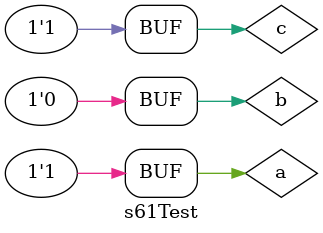
<source format=v>
`timescale 1ns / 1ps


module s61Test;

	// Inputs
	reg a;
	reg b;
	reg c;

	// Outputs
	wire f;
se61 s(a,b,c,f);
	// Instantiate the Unit Under Test (UUT)
	
	initial begin
		// Initialize Inputs
		a = 1;
		b = 1;
		c = 1;

		// Wait 100 ns for global reset to finish
		#100;
        
		// Add stimulus here
a = 1;
		b = 0;
		c = 1;

	end
      
endmodule


</source>
